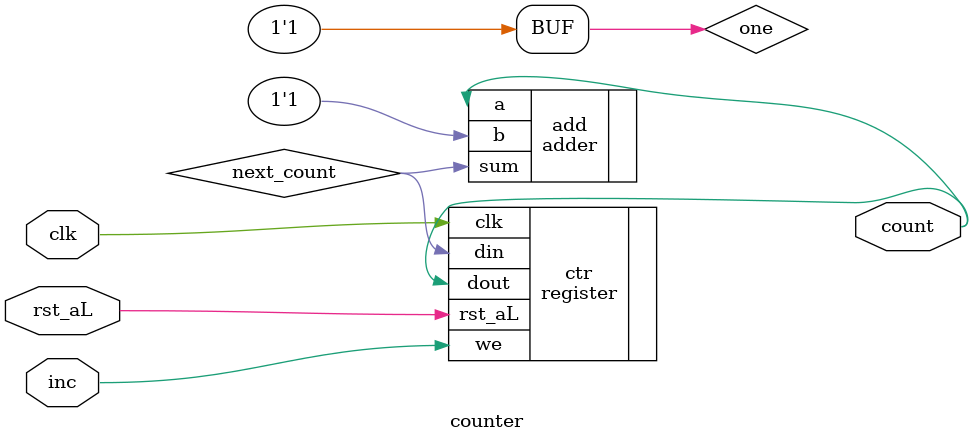
<source format=v>
`ifndef COUNTER_V
`define COUNTER_V

`include "freepdk-45nm/stdcells.v"
`include "misc/register.v"
`include "misc/adder.v"

module counter #(
    parameter WIDTH = 1
) (
    input wire clk,
    input wire rst_aL,
    input wire inc,
    output wire [WIDTH-1:0] count
);
    wire [WIDTH-1:0] next_count;
    register #(.WIDTH(WIDTH)) ctr (
        .clk(clk),
        .rst_aL(rst_aL),
        .we(inc),
        .din(next_count),
        .dout(count)
    );
    wire [WIDTH-1:0] one = 'b1;
    adder #(.WIDTH(WIDTH)) add (
        .a(count),
        .b(one),
        .sum(next_count)
    );
endmodule

`endif

</source>
